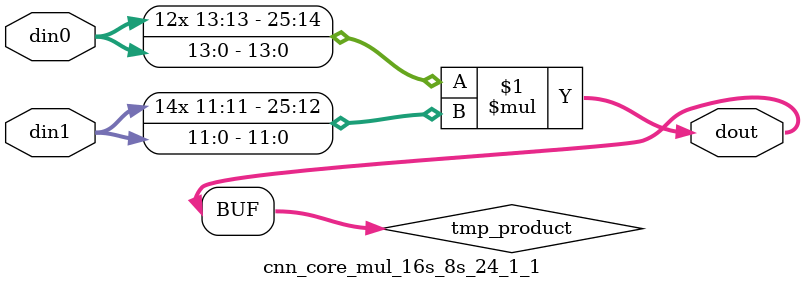
<source format=v>

`timescale 1 ns / 1 ps

  module cnn_core_mul_16s_8s_24_1_1(din0, din1, dout);
parameter ID = 1;
parameter NUM_STAGE = 0;
parameter din0_WIDTH = 14;
parameter din1_WIDTH = 12;
parameter dout_WIDTH = 26;

input [din0_WIDTH - 1 : 0] din0; 
input [din1_WIDTH - 1 : 0] din1; 
output [dout_WIDTH - 1 : 0] dout;

wire signed [dout_WIDTH - 1 : 0] tmp_product;













assign tmp_product = $signed(din0) * $signed(din1);








assign dout = tmp_product;







endmodule

</source>
